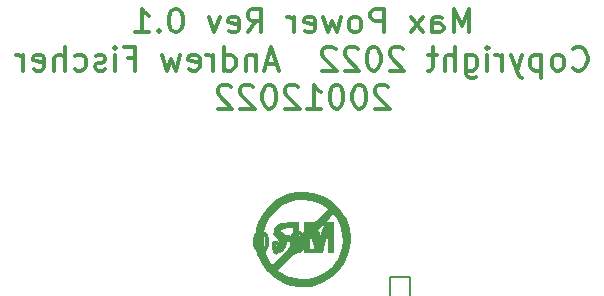
<source format=gbo>
G04 #@! TF.GenerationSoftware,KiCad,Pcbnew,(6.0.0)*
G04 #@! TF.CreationDate,2022-01-21T19:36:15+00:00*
G04 #@! TF.ProjectId,MaxPower,4d617850-6f77-4657-922e-6b696361645f,rev?*
G04 #@! TF.SameCoordinates,Original*
G04 #@! TF.FileFunction,Legend,Bot*
G04 #@! TF.FilePolarity,Positive*
%FSLAX46Y46*%
G04 Gerber Fmt 4.6, Leading zero omitted, Abs format (unit mm)*
G04 Created by KiCad (PCBNEW (6.0.0)) date 2022-01-21 19:36:15*
%MOMM*%
%LPD*%
G01*
G04 APERTURE LIST*
G04 Aperture macros list*
%AMRoundRect*
0 Rectangle with rounded corners*
0 $1 Rounding radius*
0 $2 $3 $4 $5 $6 $7 $8 $9 X,Y pos of 4 corners*
0 Add a 4 corners polygon primitive as box body*
4,1,4,$2,$3,$4,$5,$6,$7,$8,$9,$2,$3,0*
0 Add four circle primitives for the rounded corners*
1,1,$1+$1,$2,$3*
1,1,$1+$1,$4,$5*
1,1,$1+$1,$6,$7*
1,1,$1+$1,$8,$9*
0 Add four rect primitives between the rounded corners*
20,1,$1+$1,$2,$3,$4,$5,0*
20,1,$1+$1,$4,$5,$6,$7,0*
20,1,$1+$1,$6,$7,$8,$9,0*
20,1,$1+$1,$8,$9,$2,$3,0*%
G04 Aperture macros list end*
%ADD10C,0.300000*%
%ADD11RoundRect,0.050000X-1.300000X-1.300000X1.300000X-1.300000X1.300000X1.300000X-1.300000X1.300000X0*%
%ADD12C,2.700000*%
%ADD13O,2.300000X2.200000*%
%ADD14C,2.200000*%
%ADD15RoundRect,0.050000X-0.850000X-0.850000X0.850000X-0.850000X0.850000X0.850000X-0.850000X0.850000X0*%
%ADD16C,3.300000*%
%ADD17RoundRect,0.050000X-0.800000X0.800000X-0.800000X-0.800000X0.800000X-0.800000X0.800000X0.800000X0*%
%ADD18C,1.700000*%
%ADD19RoundRect,0.050000X-1.750000X-1.750000X1.750000X-1.750000X1.750000X1.750000X-1.750000X1.750000X0*%
%ADD20C,3.600000*%
%ADD21RoundRect,0.050000X0.850000X-0.850000X0.850000X0.850000X-0.850000X0.850000X-0.850000X-0.850000X0*%
%ADD22O,1.800000X1.800000*%
%ADD23RoundRect,0.050000X-0.900000X-0.900000X0.900000X-0.900000X0.900000X0.900000X-0.900000X0.900000X0*%
%ADD24C,1.900000*%
G04 APERTURE END LIST*
D10*
X164095238Y-112474761D02*
X164095238Y-110474761D01*
X163428571Y-111903333D01*
X162761904Y-110474761D01*
X162761904Y-112474761D01*
X160952380Y-112474761D02*
X160952380Y-111427142D01*
X161047619Y-111236666D01*
X161238095Y-111141428D01*
X161619047Y-111141428D01*
X161809523Y-111236666D01*
X160952380Y-112379523D02*
X161142857Y-112474761D01*
X161619047Y-112474761D01*
X161809523Y-112379523D01*
X161904761Y-112189047D01*
X161904761Y-111998571D01*
X161809523Y-111808095D01*
X161619047Y-111712857D01*
X161142857Y-111712857D01*
X160952380Y-111617619D01*
X160190476Y-112474761D02*
X159142857Y-111141428D01*
X160190476Y-111141428D02*
X159142857Y-112474761D01*
X156857142Y-112474761D02*
X156857142Y-110474761D01*
X156095238Y-110474761D01*
X155904761Y-110570000D01*
X155809523Y-110665238D01*
X155714285Y-110855714D01*
X155714285Y-111141428D01*
X155809523Y-111331904D01*
X155904761Y-111427142D01*
X156095238Y-111522380D01*
X156857142Y-111522380D01*
X154571428Y-112474761D02*
X154761904Y-112379523D01*
X154857142Y-112284285D01*
X154952380Y-112093809D01*
X154952380Y-111522380D01*
X154857142Y-111331904D01*
X154761904Y-111236666D01*
X154571428Y-111141428D01*
X154285714Y-111141428D01*
X154095238Y-111236666D01*
X154000000Y-111331904D01*
X153904761Y-111522380D01*
X153904761Y-112093809D01*
X154000000Y-112284285D01*
X154095238Y-112379523D01*
X154285714Y-112474761D01*
X154571428Y-112474761D01*
X153238095Y-111141428D02*
X152857142Y-112474761D01*
X152476190Y-111522380D01*
X152095238Y-112474761D01*
X151714285Y-111141428D01*
X150190476Y-112379523D02*
X150380952Y-112474761D01*
X150761904Y-112474761D01*
X150952380Y-112379523D01*
X151047619Y-112189047D01*
X151047619Y-111427142D01*
X150952380Y-111236666D01*
X150761904Y-111141428D01*
X150380952Y-111141428D01*
X150190476Y-111236666D01*
X150095238Y-111427142D01*
X150095238Y-111617619D01*
X151047619Y-111808095D01*
X149238095Y-112474761D02*
X149238095Y-111141428D01*
X149238095Y-111522380D02*
X149142857Y-111331904D01*
X149047619Y-111236666D01*
X148857142Y-111141428D01*
X148666666Y-111141428D01*
X145333333Y-112474761D02*
X146000000Y-111522380D01*
X146476190Y-112474761D02*
X146476190Y-110474761D01*
X145714285Y-110474761D01*
X145523809Y-110570000D01*
X145428571Y-110665238D01*
X145333333Y-110855714D01*
X145333333Y-111141428D01*
X145428571Y-111331904D01*
X145523809Y-111427142D01*
X145714285Y-111522380D01*
X146476190Y-111522380D01*
X143714285Y-112379523D02*
X143904761Y-112474761D01*
X144285714Y-112474761D01*
X144476190Y-112379523D01*
X144571428Y-112189047D01*
X144571428Y-111427142D01*
X144476190Y-111236666D01*
X144285714Y-111141428D01*
X143904761Y-111141428D01*
X143714285Y-111236666D01*
X143619047Y-111427142D01*
X143619047Y-111617619D01*
X144571428Y-111808095D01*
X142952380Y-111141428D02*
X142476190Y-112474761D01*
X142000000Y-111141428D01*
X139333333Y-110474761D02*
X139142857Y-110474761D01*
X138952380Y-110570000D01*
X138857142Y-110665238D01*
X138761904Y-110855714D01*
X138666666Y-111236666D01*
X138666666Y-111712857D01*
X138761904Y-112093809D01*
X138857142Y-112284285D01*
X138952380Y-112379523D01*
X139142857Y-112474761D01*
X139333333Y-112474761D01*
X139523809Y-112379523D01*
X139619047Y-112284285D01*
X139714285Y-112093809D01*
X139809523Y-111712857D01*
X139809523Y-111236666D01*
X139714285Y-110855714D01*
X139619047Y-110665238D01*
X139523809Y-110570000D01*
X139333333Y-110474761D01*
X137809523Y-112284285D02*
X137714285Y-112379523D01*
X137809523Y-112474761D01*
X137904761Y-112379523D01*
X137809523Y-112284285D01*
X137809523Y-112474761D01*
X135809523Y-112474761D02*
X136952380Y-112474761D01*
X136380952Y-112474761D02*
X136380952Y-110474761D01*
X136571428Y-110760476D01*
X136761904Y-110950952D01*
X136952380Y-111046190D01*
X172857142Y-115504285D02*
X172952380Y-115599523D01*
X173238095Y-115694761D01*
X173428571Y-115694761D01*
X173714285Y-115599523D01*
X173904761Y-115409047D01*
X174000000Y-115218571D01*
X174095238Y-114837619D01*
X174095238Y-114551904D01*
X174000000Y-114170952D01*
X173904761Y-113980476D01*
X173714285Y-113790000D01*
X173428571Y-113694761D01*
X173238095Y-113694761D01*
X172952380Y-113790000D01*
X172857142Y-113885238D01*
X171714285Y-115694761D02*
X171904761Y-115599523D01*
X172000000Y-115504285D01*
X172095238Y-115313809D01*
X172095238Y-114742380D01*
X172000000Y-114551904D01*
X171904761Y-114456666D01*
X171714285Y-114361428D01*
X171428571Y-114361428D01*
X171238095Y-114456666D01*
X171142857Y-114551904D01*
X171047619Y-114742380D01*
X171047619Y-115313809D01*
X171142857Y-115504285D01*
X171238095Y-115599523D01*
X171428571Y-115694761D01*
X171714285Y-115694761D01*
X170190476Y-114361428D02*
X170190476Y-116361428D01*
X170190476Y-114456666D02*
X170000000Y-114361428D01*
X169619047Y-114361428D01*
X169428571Y-114456666D01*
X169333333Y-114551904D01*
X169238095Y-114742380D01*
X169238095Y-115313809D01*
X169333333Y-115504285D01*
X169428571Y-115599523D01*
X169619047Y-115694761D01*
X170000000Y-115694761D01*
X170190476Y-115599523D01*
X168571428Y-114361428D02*
X168095238Y-115694761D01*
X167619047Y-114361428D02*
X168095238Y-115694761D01*
X168285714Y-116170952D01*
X168380952Y-116266190D01*
X168571428Y-116361428D01*
X166857142Y-115694761D02*
X166857142Y-114361428D01*
X166857142Y-114742380D02*
X166761904Y-114551904D01*
X166666666Y-114456666D01*
X166476190Y-114361428D01*
X166285714Y-114361428D01*
X165619047Y-115694761D02*
X165619047Y-114361428D01*
X165619047Y-113694761D02*
X165714285Y-113790000D01*
X165619047Y-113885238D01*
X165523809Y-113790000D01*
X165619047Y-113694761D01*
X165619047Y-113885238D01*
X163809523Y-114361428D02*
X163809523Y-115980476D01*
X163904761Y-116170952D01*
X164000000Y-116266190D01*
X164190476Y-116361428D01*
X164476190Y-116361428D01*
X164666666Y-116266190D01*
X163809523Y-115599523D02*
X164000000Y-115694761D01*
X164380952Y-115694761D01*
X164571428Y-115599523D01*
X164666666Y-115504285D01*
X164761904Y-115313809D01*
X164761904Y-114742380D01*
X164666666Y-114551904D01*
X164571428Y-114456666D01*
X164380952Y-114361428D01*
X164000000Y-114361428D01*
X163809523Y-114456666D01*
X162857142Y-115694761D02*
X162857142Y-113694761D01*
X162000000Y-115694761D02*
X162000000Y-114647142D01*
X162095238Y-114456666D01*
X162285714Y-114361428D01*
X162571428Y-114361428D01*
X162761904Y-114456666D01*
X162857142Y-114551904D01*
X161333333Y-114361428D02*
X160571428Y-114361428D01*
X161047619Y-113694761D02*
X161047619Y-115409047D01*
X160952380Y-115599523D01*
X160761904Y-115694761D01*
X160571428Y-115694761D01*
X158476190Y-113885238D02*
X158380952Y-113790000D01*
X158190476Y-113694761D01*
X157714285Y-113694761D01*
X157523809Y-113790000D01*
X157428571Y-113885238D01*
X157333333Y-114075714D01*
X157333333Y-114266190D01*
X157428571Y-114551904D01*
X158571428Y-115694761D01*
X157333333Y-115694761D01*
X156095238Y-113694761D02*
X155904761Y-113694761D01*
X155714285Y-113790000D01*
X155619047Y-113885238D01*
X155523809Y-114075714D01*
X155428571Y-114456666D01*
X155428571Y-114932857D01*
X155523809Y-115313809D01*
X155619047Y-115504285D01*
X155714285Y-115599523D01*
X155904761Y-115694761D01*
X156095238Y-115694761D01*
X156285714Y-115599523D01*
X156380952Y-115504285D01*
X156476190Y-115313809D01*
X156571428Y-114932857D01*
X156571428Y-114456666D01*
X156476190Y-114075714D01*
X156380952Y-113885238D01*
X156285714Y-113790000D01*
X156095238Y-113694761D01*
X154666666Y-113885238D02*
X154571428Y-113790000D01*
X154380952Y-113694761D01*
X153904761Y-113694761D01*
X153714285Y-113790000D01*
X153619047Y-113885238D01*
X153523809Y-114075714D01*
X153523809Y-114266190D01*
X153619047Y-114551904D01*
X154761904Y-115694761D01*
X153523809Y-115694761D01*
X152761904Y-113885238D02*
X152666666Y-113790000D01*
X152476190Y-113694761D01*
X152000000Y-113694761D01*
X151809523Y-113790000D01*
X151714285Y-113885238D01*
X151619047Y-114075714D01*
X151619047Y-114266190D01*
X151714285Y-114551904D01*
X152857142Y-115694761D01*
X151619047Y-115694761D01*
X147809523Y-115123333D02*
X146857142Y-115123333D01*
X148000000Y-115694761D02*
X147333333Y-113694761D01*
X146666666Y-115694761D01*
X146000000Y-114361428D02*
X146000000Y-115694761D01*
X146000000Y-114551904D02*
X145904761Y-114456666D01*
X145714285Y-114361428D01*
X145428571Y-114361428D01*
X145238095Y-114456666D01*
X145142857Y-114647142D01*
X145142857Y-115694761D01*
X143333333Y-115694761D02*
X143333333Y-113694761D01*
X143333333Y-115599523D02*
X143523809Y-115694761D01*
X143904761Y-115694761D01*
X144095238Y-115599523D01*
X144190476Y-115504285D01*
X144285714Y-115313809D01*
X144285714Y-114742380D01*
X144190476Y-114551904D01*
X144095238Y-114456666D01*
X143904761Y-114361428D01*
X143523809Y-114361428D01*
X143333333Y-114456666D01*
X142380952Y-115694761D02*
X142380952Y-114361428D01*
X142380952Y-114742380D02*
X142285714Y-114551904D01*
X142190476Y-114456666D01*
X142000000Y-114361428D01*
X141809523Y-114361428D01*
X140380952Y-115599523D02*
X140571428Y-115694761D01*
X140952380Y-115694761D01*
X141142857Y-115599523D01*
X141238095Y-115409047D01*
X141238095Y-114647142D01*
X141142857Y-114456666D01*
X140952380Y-114361428D01*
X140571428Y-114361428D01*
X140380952Y-114456666D01*
X140285714Y-114647142D01*
X140285714Y-114837619D01*
X141238095Y-115028095D01*
X139619047Y-114361428D02*
X139238095Y-115694761D01*
X138857142Y-114742380D01*
X138476190Y-115694761D01*
X138095238Y-114361428D01*
X135142857Y-114647142D02*
X135809523Y-114647142D01*
X135809523Y-115694761D02*
X135809523Y-113694761D01*
X134857142Y-113694761D01*
X134095238Y-115694761D02*
X134095238Y-114361428D01*
X134095238Y-113694761D02*
X134190476Y-113790000D01*
X134095238Y-113885238D01*
X134000000Y-113790000D01*
X134095238Y-113694761D01*
X134095238Y-113885238D01*
X133238095Y-115599523D02*
X133047619Y-115694761D01*
X132666666Y-115694761D01*
X132476190Y-115599523D01*
X132380952Y-115409047D01*
X132380952Y-115313809D01*
X132476190Y-115123333D01*
X132666666Y-115028095D01*
X132952380Y-115028095D01*
X133142857Y-114932857D01*
X133238095Y-114742380D01*
X133238095Y-114647142D01*
X133142857Y-114456666D01*
X132952380Y-114361428D01*
X132666666Y-114361428D01*
X132476190Y-114456666D01*
X130666666Y-115599523D02*
X130857142Y-115694761D01*
X131238095Y-115694761D01*
X131428571Y-115599523D01*
X131523809Y-115504285D01*
X131619047Y-115313809D01*
X131619047Y-114742380D01*
X131523809Y-114551904D01*
X131428571Y-114456666D01*
X131238095Y-114361428D01*
X130857142Y-114361428D01*
X130666666Y-114456666D01*
X129809523Y-115694761D02*
X129809523Y-113694761D01*
X128952380Y-115694761D02*
X128952380Y-114647142D01*
X129047619Y-114456666D01*
X129238095Y-114361428D01*
X129523809Y-114361428D01*
X129714285Y-114456666D01*
X129809523Y-114551904D01*
X127238095Y-115599523D02*
X127428571Y-115694761D01*
X127809523Y-115694761D01*
X128000000Y-115599523D01*
X128095238Y-115409047D01*
X128095238Y-114647142D01*
X128000000Y-114456666D01*
X127809523Y-114361428D01*
X127428571Y-114361428D01*
X127238095Y-114456666D01*
X127142857Y-114647142D01*
X127142857Y-114837619D01*
X128095238Y-115028095D01*
X126285714Y-115694761D02*
X126285714Y-114361428D01*
X126285714Y-114742380D02*
X126190476Y-114551904D01*
X126095238Y-114456666D01*
X125904761Y-114361428D01*
X125714285Y-114361428D01*
X157238095Y-117105238D02*
X157142857Y-117010000D01*
X156952380Y-116914761D01*
X156476190Y-116914761D01*
X156285714Y-117010000D01*
X156190476Y-117105238D01*
X156095238Y-117295714D01*
X156095238Y-117486190D01*
X156190476Y-117771904D01*
X157333333Y-118914761D01*
X156095238Y-118914761D01*
X154857142Y-116914761D02*
X154666666Y-116914761D01*
X154476190Y-117010000D01*
X154380952Y-117105238D01*
X154285714Y-117295714D01*
X154190476Y-117676666D01*
X154190476Y-118152857D01*
X154285714Y-118533809D01*
X154380952Y-118724285D01*
X154476190Y-118819523D01*
X154666666Y-118914761D01*
X154857142Y-118914761D01*
X155047619Y-118819523D01*
X155142857Y-118724285D01*
X155238095Y-118533809D01*
X155333333Y-118152857D01*
X155333333Y-117676666D01*
X155238095Y-117295714D01*
X155142857Y-117105238D01*
X155047619Y-117010000D01*
X154857142Y-116914761D01*
X152952380Y-116914761D02*
X152761904Y-116914761D01*
X152571428Y-117010000D01*
X152476190Y-117105238D01*
X152380952Y-117295714D01*
X152285714Y-117676666D01*
X152285714Y-118152857D01*
X152380952Y-118533809D01*
X152476190Y-118724285D01*
X152571428Y-118819523D01*
X152761904Y-118914761D01*
X152952380Y-118914761D01*
X153142857Y-118819523D01*
X153238095Y-118724285D01*
X153333333Y-118533809D01*
X153428571Y-118152857D01*
X153428571Y-117676666D01*
X153333333Y-117295714D01*
X153238095Y-117105238D01*
X153142857Y-117010000D01*
X152952380Y-116914761D01*
X150380952Y-118914761D02*
X151523809Y-118914761D01*
X150952380Y-118914761D02*
X150952380Y-116914761D01*
X151142857Y-117200476D01*
X151333333Y-117390952D01*
X151523809Y-117486190D01*
X149619047Y-117105238D02*
X149523809Y-117010000D01*
X149333333Y-116914761D01*
X148857142Y-116914761D01*
X148666666Y-117010000D01*
X148571428Y-117105238D01*
X148476190Y-117295714D01*
X148476190Y-117486190D01*
X148571428Y-117771904D01*
X149714285Y-118914761D01*
X148476190Y-118914761D01*
X147238095Y-116914761D02*
X147047619Y-116914761D01*
X146857142Y-117010000D01*
X146761904Y-117105238D01*
X146666666Y-117295714D01*
X146571428Y-117676666D01*
X146571428Y-118152857D01*
X146666666Y-118533809D01*
X146761904Y-118724285D01*
X146857142Y-118819523D01*
X147047619Y-118914761D01*
X147238095Y-118914761D01*
X147428571Y-118819523D01*
X147523809Y-118724285D01*
X147619047Y-118533809D01*
X147714285Y-118152857D01*
X147714285Y-117676666D01*
X147619047Y-117295714D01*
X147523809Y-117105238D01*
X147428571Y-117010000D01*
X147238095Y-116914761D01*
X145809523Y-117105238D02*
X145714285Y-117010000D01*
X145523809Y-116914761D01*
X145047619Y-116914761D01*
X144857142Y-117010000D01*
X144761904Y-117105238D01*
X144666666Y-117295714D01*
X144666666Y-117486190D01*
X144761904Y-117771904D01*
X145904761Y-118914761D01*
X144666666Y-118914761D01*
X143904761Y-117105238D02*
X143809523Y-117010000D01*
X143619047Y-116914761D01*
X143142857Y-116914761D01*
X142952380Y-117010000D01*
X142857142Y-117105238D01*
X142761904Y-117295714D01*
X142761904Y-117486190D01*
X142857142Y-117771904D01*
X144000000Y-118914761D01*
X142761904Y-118914761D01*
X150516857Y-130959428D02*
X151242571Y-130959428D01*
X151242571Y-129435428D01*
X149718571Y-129435428D02*
X149428285Y-129435428D01*
X149283142Y-129508000D01*
X149138000Y-129653142D01*
X149065428Y-129943428D01*
X149065428Y-130451428D01*
X149138000Y-130741714D01*
X149283142Y-130886857D01*
X149428285Y-130959428D01*
X149718571Y-130959428D01*
X149863714Y-130886857D01*
X150008857Y-130741714D01*
X150081428Y-130451428D01*
X150081428Y-129943428D01*
X150008857Y-129653142D01*
X149863714Y-129508000D01*
X149718571Y-129435428D01*
X147614000Y-129508000D02*
X147759142Y-129435428D01*
X147976857Y-129435428D01*
X148194571Y-129508000D01*
X148339714Y-129653142D01*
X148412285Y-129798285D01*
X148484857Y-130088571D01*
X148484857Y-130306285D01*
X148412285Y-130596571D01*
X148339714Y-130741714D01*
X148194571Y-130886857D01*
X147976857Y-130959428D01*
X147831714Y-130959428D01*
X147614000Y-130886857D01*
X147541428Y-130814285D01*
X147541428Y-130306285D01*
X147831714Y-130306285D01*
X146598000Y-129435428D02*
X146307714Y-129435428D01*
X146162571Y-129508000D01*
X146017428Y-129653142D01*
X145944857Y-129943428D01*
X145944857Y-130451428D01*
X146017428Y-130741714D01*
X146162571Y-130886857D01*
X146307714Y-130959428D01*
X146598000Y-130959428D01*
X146743142Y-130886857D01*
X146888285Y-130741714D01*
X146960857Y-130451428D01*
X146960857Y-129943428D01*
X146888285Y-129653142D01*
X146743142Y-129508000D01*
X146598000Y-129435428D01*
G36*
X153831582Y-131351057D02*
G01*
X153509009Y-132043351D01*
X153057966Y-132666232D01*
X152486652Y-133202516D01*
X151803265Y-133635019D01*
X151016000Y-133946555D01*
X150995700Y-133952324D01*
X150591468Y-134019509D01*
X150091326Y-134038152D01*
X149556842Y-134011202D01*
X149049584Y-133941608D01*
X148631122Y-133832320D01*
X148307907Y-133698250D01*
X147616846Y-133285914D01*
X147014170Y-132745591D01*
X146903847Y-132600740D01*
X147868541Y-132600740D01*
X148094631Y-132778583D01*
X148223209Y-132863533D01*
X148495871Y-133006166D01*
X148800422Y-133135904D01*
X148983067Y-133198699D01*
X149714457Y-133344895D01*
X150441596Y-133330848D01*
X151142202Y-133161303D01*
X151793997Y-132841004D01*
X152374699Y-132374698D01*
X152509813Y-132231941D01*
X152942194Y-131628690D01*
X153224101Y-130962640D01*
X153351564Y-130252761D01*
X153320617Y-129518023D01*
X153127289Y-128777394D01*
X153040926Y-128569481D01*
X152896736Y-128284574D01*
X152765194Y-128086293D01*
X152582333Y-127874241D01*
X152247651Y-128217454D01*
X151912968Y-128560667D01*
X152624667Y-128560667D01*
X152624667Y-131185333D01*
X152116667Y-131185333D01*
X152109393Y-130402167D01*
X152102120Y-129619000D01*
X151878157Y-130402167D01*
X151654194Y-131185333D01*
X151048642Y-131185333D01*
X150893489Y-130571500D01*
X150836864Y-130355216D01*
X150743698Y-130050721D01*
X150674666Y-129912586D01*
X150627797Y-129940283D01*
X150601121Y-130133285D01*
X150592667Y-130491067D01*
X150592667Y-131185333D01*
X150338667Y-131185333D01*
X150231447Y-131182382D01*
X150130593Y-131145526D01*
X150091321Y-131029633D01*
X150084667Y-130789575D01*
X150084667Y-130393816D01*
X149873000Y-130592667D01*
X149865266Y-130600064D01*
X149720973Y-130795732D01*
X149661333Y-130988425D01*
X149620466Y-131141486D01*
X149468964Y-131185333D01*
X149438938Y-131188904D01*
X149248432Y-131287650D01*
X148959897Y-131522159D01*
X148572568Y-131893037D01*
X147868541Y-132600740D01*
X146903847Y-132600740D01*
X146521901Y-132099254D01*
X146162064Y-131368878D01*
X146145128Y-131321520D01*
X146031591Y-130838370D01*
X145976515Y-130265627D01*
X145977973Y-130007268D01*
X146658979Y-130007268D01*
X146709918Y-130643086D01*
X146860015Y-131210660D01*
X146956279Y-131433582D01*
X147103613Y-131717097D01*
X147234807Y-131912319D01*
X147417667Y-132122984D01*
X148285500Y-131250546D01*
X148413317Y-131120913D01*
X148704985Y-130815745D01*
X148939805Y-130556770D01*
X149096386Y-130368069D01*
X149153333Y-130273721D01*
X149153319Y-130272497D01*
X149075692Y-130198457D01*
X148878167Y-130170758D01*
X148819598Y-130172584D01*
X148685182Y-130201912D01*
X148562244Y-130289798D01*
X148418212Y-130465297D01*
X148220514Y-130757468D01*
X147838029Y-131342752D01*
X147634072Y-131188907D01*
X147430115Y-131035063D01*
X147707322Y-130603074D01*
X147984528Y-130171086D01*
X147764597Y-129909713D01*
X147669356Y-129779188D01*
X147546214Y-129444281D01*
X147564251Y-129299271D01*
X148064530Y-129299271D01*
X148108674Y-129477930D01*
X148151890Y-129525677D01*
X148341920Y-129604871D01*
X148675264Y-129644392D01*
X149153333Y-129669784D01*
X149153333Y-129068667D01*
X148698034Y-129068667D01*
X148423996Y-129087432D01*
X148173609Y-129166347D01*
X148064530Y-129299271D01*
X147564251Y-129299271D01*
X147587316Y-129113837D01*
X147792154Y-128808154D01*
X147812059Y-128788333D01*
X147932174Y-128680278D01*
X148054228Y-128613270D01*
X148220068Y-128577522D01*
X148471539Y-128563249D01*
X148850487Y-128560667D01*
X149661333Y-128560667D01*
X149661333Y-129860184D01*
X149873000Y-129661333D01*
X149878777Y-129655876D01*
X149993156Y-129516382D01*
X151152056Y-129516382D01*
X151198434Y-129724833D01*
X151226479Y-129824507D01*
X151296962Y-130010772D01*
X151354672Y-130084667D01*
X151403887Y-130014432D01*
X151476022Y-129820875D01*
X151553743Y-129547243D01*
X151622598Y-129280199D01*
X151695275Y-129013267D01*
X151744742Y-128848743D01*
X151739446Y-128803852D01*
X151641581Y-128857713D01*
X151453507Y-129026333D01*
X151431483Y-129047825D01*
X151246963Y-129237078D01*
X151161026Y-129373530D01*
X151152056Y-129516382D01*
X149993156Y-129516382D01*
X150007462Y-129498935D01*
X150068941Y-129306119D01*
X150084667Y-129011575D01*
X150084667Y-128560667D01*
X150531438Y-128560667D01*
X150598848Y-128560502D01*
X150790978Y-128551120D01*
X150942951Y-128510878D01*
X151094437Y-128417258D01*
X151285105Y-128247738D01*
X151554625Y-127979799D01*
X152131042Y-127398931D01*
X151905161Y-127221253D01*
X151776333Y-127129483D01*
X151287850Y-126890716D01*
X150710154Y-126732479D01*
X150091967Y-126661529D01*
X149482011Y-126684623D01*
X148929011Y-126808518D01*
X148276190Y-127113995D01*
X147685034Y-127563726D01*
X147206501Y-128129232D01*
X146858525Y-128793323D01*
X146854746Y-128803058D01*
X146707241Y-129371246D01*
X146658979Y-130007268D01*
X145977973Y-130007268D01*
X145979902Y-129665418D01*
X146041752Y-129099874D01*
X146162064Y-128631121D01*
X146196709Y-128541673D01*
X146581987Y-127804486D01*
X147109460Y-127154952D01*
X147771127Y-126603155D01*
X147945397Y-126491139D01*
X148627636Y-126174391D01*
X149373564Y-125993009D01*
X150149968Y-125949684D01*
X150923633Y-126047106D01*
X151661347Y-126287966D01*
X151996420Y-126463296D01*
X152523064Y-126838535D01*
X153011706Y-127298598D01*
X153093141Y-127398931D01*
X153420173Y-127801853D01*
X153706290Y-128306667D01*
X153946519Y-129029550D01*
X154058535Y-129826972D01*
X154036117Y-130252761D01*
X154017490Y-130606536D01*
X153831582Y-131351057D01*
G37*
%LPC*%
D11*
X113500000Y-145000000D03*
D12*
X118500000Y-145000000D03*
D13*
X113960000Y-128960000D03*
D14*
X113960000Y-131500000D03*
X113960000Y-134040000D03*
X119040000Y-134040000D03*
X119040000Y-131500000D03*
X119040000Y-128960000D03*
D15*
X158200000Y-134000000D03*
D16*
X195000000Y-105000000D03*
X105000000Y-105000000D03*
D17*
X127762000Y-140970000D03*
D18*
X127762000Y-144470000D03*
D16*
X178255000Y-115000000D03*
X122645000Y-115000000D03*
D19*
X114000000Y-115000000D03*
D20*
X186000000Y-115000000D03*
D21*
X164000000Y-140000000D03*
D22*
X166540000Y-140000000D03*
X169080000Y-140000000D03*
D23*
X161900000Y-146400000D03*
D24*
X164440000Y-146400000D03*
D16*
X195000000Y-145000000D03*
X105000000Y-145000000D03*
D15*
X107000000Y-134000000D03*
D11*
X176000000Y-145000000D03*
D12*
X181000000Y-145000000D03*
X186000000Y-145000000D03*
D15*
X192000000Y-134000000D03*
M02*

</source>
